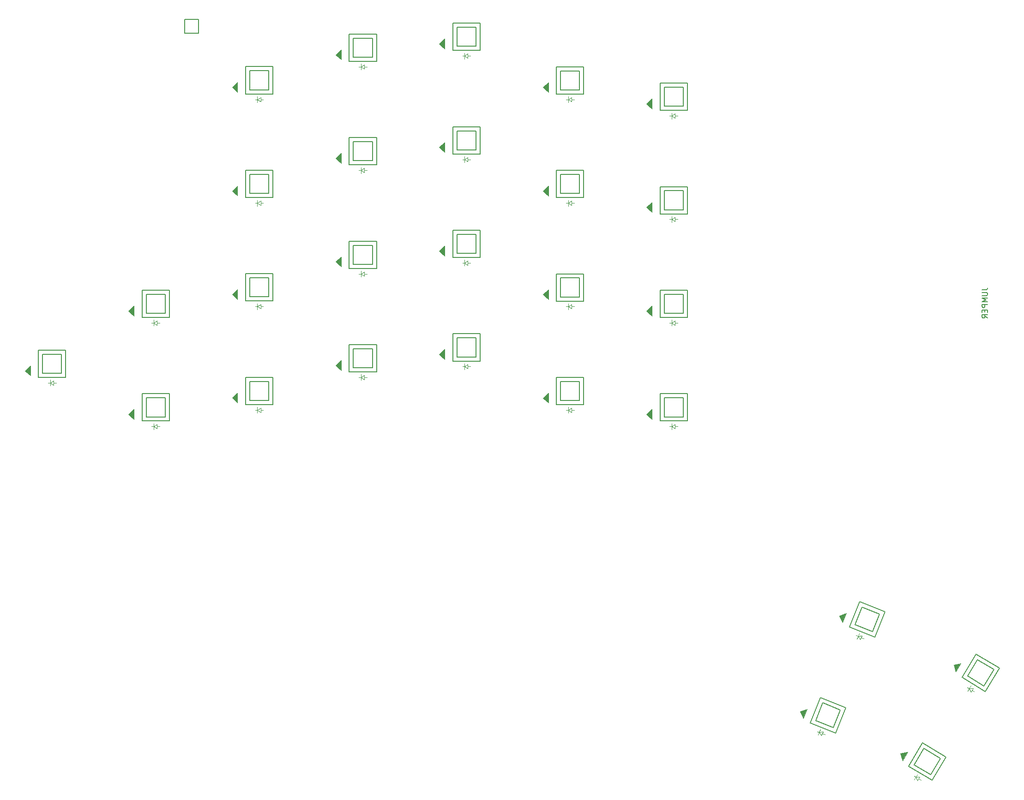
<source format=gbr>
%TF.GenerationSoftware,KiCad,Pcbnew,6.0.10-86aedd382b~118~ubuntu22.04.1*%
%TF.CreationDate,2023-01-31T17:25:27-07:00*%
%TF.ProjectId,scaarix_flow,73636161-7269-4785-9f66-6c6f772e6b69,v1.0.0*%
%TF.SameCoordinates,Original*%
%TF.FileFunction,Legend,Bot*%
%TF.FilePolarity,Positive*%
%FSLAX46Y46*%
G04 Gerber Fmt 4.6, Leading zero omitted, Abs format (unit mm)*
G04 Created by KiCad (PCBNEW 6.0.10-86aedd382b~118~ubuntu22.04.1) date 2023-01-31 17:25:27*
%MOMM*%
%LPD*%
G01*
G04 APERTURE LIST*
%ADD10C,0.150000*%
%ADD11C,0.100000*%
G04 APERTURE END LIST*
D10*
X301652380Y-100745238D02*
X302366666Y-100745238D01*
X302509523Y-100697619D01*
X302604761Y-100602380D01*
X302652380Y-100459523D01*
X302652380Y-100364285D01*
X301652380Y-101221428D02*
X302461904Y-101221428D01*
X302557142Y-101269047D01*
X302604761Y-101316666D01*
X302652380Y-101411904D01*
X302652380Y-101602380D01*
X302604761Y-101697619D01*
X302557142Y-101745238D01*
X302461904Y-101792857D01*
X301652380Y-101792857D01*
X302652380Y-102269047D02*
X301652380Y-102269047D01*
X302366666Y-102602380D01*
X301652380Y-102935714D01*
X302652380Y-102935714D01*
X302652380Y-103411904D02*
X301652380Y-103411904D01*
X301652380Y-103792857D01*
X301700000Y-103888095D01*
X301747619Y-103935714D01*
X301842857Y-103983333D01*
X301985714Y-103983333D01*
X302080952Y-103935714D01*
X302128571Y-103888095D01*
X302176190Y-103792857D01*
X302176190Y-103411904D01*
X302128571Y-104411904D02*
X302128571Y-104745238D01*
X302652380Y-104888095D02*
X302652380Y-104411904D01*
X301652380Y-104411904D01*
X301652380Y-104888095D01*
X302652380Y-105888095D02*
X302176190Y-105554761D01*
X302652380Y-105316666D02*
X301652380Y-105316666D01*
X301652380Y-105697619D01*
X301700000Y-105792857D01*
X301747619Y-105840476D01*
X301842857Y-105888095D01*
X301985714Y-105888095D01*
X302080952Y-105840476D01*
X302128571Y-105792857D01*
X302176190Y-105697619D01*
X302176190Y-105316666D01*
D11*
%TO.C,D6*%
X168750000Y-84800000D02*
X169350000Y-84400000D01*
X168350000Y-84800000D02*
X168750000Y-84800000D01*
X169350000Y-85200000D02*
X168750000Y-84800000D01*
X169350000Y-84800000D02*
X169850000Y-84800000D01*
X169350000Y-84400000D02*
X169350000Y-85200000D01*
X168750000Y-84800000D02*
X168750000Y-84250000D01*
X168750000Y-84800000D02*
X168750000Y-85350000D01*
%TO.C,D9*%
X187750000Y-97800000D02*
X188350000Y-97400000D01*
X188350000Y-97400000D02*
X188350000Y-98200000D01*
X187750000Y-97800000D02*
X187750000Y-97250000D01*
X188350000Y-98200000D02*
X187750000Y-97800000D01*
X188350000Y-97800000D02*
X188850000Y-97800000D01*
X187750000Y-97800000D02*
X187750000Y-98350000D01*
X187350000Y-97800000D02*
X187750000Y-97800000D01*
%TO.C,D27*%
X300014007Y-173837593D02*
X299601977Y-174523326D01*
X299807992Y-174180460D02*
X300236575Y-174437979D01*
X299601977Y-174523326D02*
X299293691Y-173871437D01*
X299293691Y-173871437D02*
X299576962Y-173399995D01*
X298950825Y-173665421D02*
X299293691Y-173871437D01*
X299293691Y-173871437D02*
X299010421Y-174342879D01*
X299293691Y-173871437D02*
X300014007Y-173837593D01*
%TO.C,D19*%
X226350000Y-65400000D02*
X226350000Y-66200000D01*
X226350000Y-65800000D02*
X226850000Y-65800000D01*
X226350000Y-66200000D02*
X225750000Y-65800000D01*
X225750000Y-65800000D02*
X226350000Y-65400000D01*
X225750000Y-65800000D02*
X225750000Y-66350000D01*
X225350000Y-65800000D02*
X225750000Y-65800000D01*
X225750000Y-65800000D02*
X225750000Y-65250000D01*
%TO.C,D25*%
X278538012Y-164171245D02*
X278908886Y-164321088D01*
X279615039Y-164174978D02*
X279315353Y-164916725D01*
X278908886Y-164321088D02*
X279615039Y-164174978D01*
X279315353Y-164916725D02*
X278908886Y-164321088D01*
X278908886Y-164321088D02*
X278702852Y-164831039D01*
X278908886Y-164321088D02*
X279114919Y-163811137D01*
X279465196Y-164545852D02*
X279928788Y-164733155D01*
%TO.C,D3*%
X149750000Y-106800000D02*
X150350000Y-106400000D01*
X149350000Y-106800000D02*
X149750000Y-106800000D01*
X150350000Y-106800000D02*
X150850000Y-106800000D01*
X149750000Y-106800000D02*
X149750000Y-107350000D01*
X149750000Y-106800000D02*
X149750000Y-106250000D01*
X150350000Y-107200000D02*
X149750000Y-106800000D01*
X150350000Y-106400000D02*
X150350000Y-107200000D01*
%TO.C,D14*%
X206750000Y-76800000D02*
X207350000Y-76400000D01*
X207350000Y-76400000D02*
X207350000Y-77200000D01*
X206350000Y-76800000D02*
X206750000Y-76800000D01*
X206750000Y-76800000D02*
X206750000Y-76250000D01*
X206750000Y-76800000D02*
X206750000Y-77350000D01*
X207350000Y-77200000D02*
X206750000Y-76800000D01*
X207350000Y-76800000D02*
X207850000Y-76800000D01*
%TO.C,D17*%
X225750000Y-103800000D02*
X225750000Y-103250000D01*
X226350000Y-103400000D02*
X226350000Y-104200000D01*
X225750000Y-103800000D02*
X226350000Y-103400000D01*
X225750000Y-103800000D02*
X225750000Y-104350000D01*
X226350000Y-103800000D02*
X226850000Y-103800000D01*
X225350000Y-103800000D02*
X225750000Y-103800000D01*
X226350000Y-104200000D02*
X225750000Y-103800000D01*
%TO.C,D8*%
X188350000Y-116800000D02*
X188850000Y-116800000D01*
X187350000Y-116800000D02*
X187750000Y-116800000D01*
X187750000Y-116800000D02*
X187750000Y-116250000D01*
X188350000Y-116400000D02*
X188350000Y-117200000D01*
X187750000Y-116800000D02*
X187750000Y-117350000D01*
X188350000Y-117200000D02*
X187750000Y-116800000D01*
X187750000Y-116800000D02*
X188350000Y-116400000D01*
%TO.C,D1*%
X131350000Y-118200000D02*
X130750000Y-117800000D01*
X131350000Y-117400000D02*
X131350000Y-118200000D01*
X130750000Y-117800000D02*
X130750000Y-118350000D01*
X130750000Y-117800000D02*
X130750000Y-117250000D01*
X131350000Y-117800000D02*
X131850000Y-117800000D01*
X130350000Y-117800000D02*
X130750000Y-117800000D01*
X130750000Y-117800000D02*
X131350000Y-117400000D01*
%TO.C,D22*%
X245350000Y-87400000D02*
X245350000Y-88200000D01*
X244750000Y-87800000D02*
X244750000Y-87250000D01*
X244750000Y-87800000D02*
X245350000Y-87400000D01*
X245350000Y-87800000D02*
X245850000Y-87800000D01*
X244350000Y-87800000D02*
X244750000Y-87800000D01*
X245350000Y-88200000D02*
X244750000Y-87800000D01*
X244750000Y-87800000D02*
X244750000Y-88350000D01*
%TO.C,D16*%
X226350000Y-122400000D02*
X226350000Y-123200000D01*
X225750000Y-122800000D02*
X225750000Y-123350000D01*
X225750000Y-122800000D02*
X226350000Y-122400000D01*
X225350000Y-122800000D02*
X225750000Y-122800000D01*
X225750000Y-122800000D02*
X225750000Y-122250000D01*
X226350000Y-122800000D02*
X226850000Y-122800000D01*
X226350000Y-123200000D02*
X225750000Y-122800000D01*
D10*
%TO.C,MCU1*%
X155450000Y-51060000D02*
X155450000Y-53600000D01*
X155450000Y-51060000D02*
X157990000Y-51060000D01*
X155450000Y-53600000D02*
X157990000Y-53600000D01*
X157990000Y-53600000D02*
X157990000Y-51060000D01*
D11*
%TO.C,D4*%
X169350000Y-122400000D02*
X169350000Y-123200000D01*
X168750000Y-122800000D02*
X168750000Y-122250000D01*
X169350000Y-122800000D02*
X169850000Y-122800000D01*
X168350000Y-122800000D02*
X168750000Y-122800000D01*
X168750000Y-122800000D02*
X168750000Y-123350000D01*
X168750000Y-122800000D02*
X169350000Y-122400000D01*
X169350000Y-123200000D02*
X168750000Y-122800000D01*
%TO.C,D15*%
X207350000Y-57800000D02*
X207850000Y-57800000D01*
X206750000Y-57800000D02*
X207350000Y-57400000D01*
X206750000Y-57800000D02*
X206750000Y-57250000D01*
X206750000Y-57800000D02*
X206750000Y-58350000D01*
X206350000Y-57800000D02*
X206750000Y-57800000D01*
X207350000Y-58200000D02*
X206750000Y-57800000D01*
X207350000Y-57400000D02*
X207350000Y-58200000D01*
%TO.C,D20*%
X244350000Y-125800000D02*
X244750000Y-125800000D01*
X245350000Y-125400000D02*
X245350000Y-126200000D01*
X245350000Y-126200000D02*
X244750000Y-125800000D01*
X244750000Y-125800000D02*
X245350000Y-125400000D01*
X244750000Y-125800000D02*
X244750000Y-125250000D01*
X245350000Y-125800000D02*
X245850000Y-125800000D01*
X244750000Y-125800000D02*
X244750000Y-126350000D01*
%TO.C,D2*%
X149750000Y-125800000D02*
X150350000Y-125400000D01*
X149750000Y-125800000D02*
X149750000Y-125250000D01*
X150350000Y-125800000D02*
X150850000Y-125800000D01*
X149750000Y-125800000D02*
X149750000Y-126350000D01*
X149350000Y-125800000D02*
X149750000Y-125800000D01*
X150350000Y-125400000D02*
X150350000Y-126200000D01*
X150350000Y-126200000D02*
X149750000Y-125800000D01*
%TO.C,D5*%
X168750000Y-103800000D02*
X168750000Y-103250000D01*
X168750000Y-103800000D02*
X169350000Y-103400000D01*
X169350000Y-104200000D02*
X168750000Y-103800000D01*
X168350000Y-103800000D02*
X168750000Y-103800000D01*
X169350000Y-103800000D02*
X169850000Y-103800000D01*
X169350000Y-103400000D02*
X169350000Y-104200000D01*
X168750000Y-103800000D02*
X168750000Y-104350000D01*
%TO.C,D7*%
X168750000Y-65800000D02*
X169350000Y-65400000D01*
X169350000Y-65800000D02*
X169850000Y-65800000D01*
X168750000Y-65800000D02*
X168750000Y-65250000D01*
X168750000Y-65800000D02*
X168750000Y-66350000D01*
X169350000Y-66200000D02*
X168750000Y-65800000D01*
X168350000Y-65800000D02*
X168750000Y-65800000D01*
X169350000Y-65400000D02*
X169350000Y-66200000D01*
%TO.C,D13*%
X206750000Y-95800000D02*
X206750000Y-96350000D01*
X207350000Y-95400000D02*
X207350000Y-96200000D01*
X206350000Y-95800000D02*
X206750000Y-95800000D01*
X207350000Y-95800000D02*
X207850000Y-95800000D01*
X206750000Y-95800000D02*
X207350000Y-95400000D01*
X206750000Y-95800000D02*
X206750000Y-95250000D01*
X207350000Y-96200000D02*
X206750000Y-95800000D01*
%TO.C,D26*%
X289507991Y-190157537D02*
X290228307Y-190123693D01*
X290022292Y-190466560D02*
X290450875Y-190724079D01*
X289165125Y-189951521D02*
X289507991Y-190157537D01*
X289816277Y-190809426D02*
X289507991Y-190157537D01*
X289507991Y-190157537D02*
X289224721Y-190628979D01*
X290228307Y-190123693D02*
X289816277Y-190809426D01*
X289507991Y-190157537D02*
X289791262Y-189686095D01*
%TO.C,D18*%
X226350000Y-84800000D02*
X226850000Y-84800000D01*
X226350000Y-85200000D02*
X225750000Y-84800000D01*
X225750000Y-84800000D02*
X226350000Y-84400000D01*
X225750000Y-84800000D02*
X225750000Y-84250000D01*
X225750000Y-84800000D02*
X225750000Y-85350000D01*
X225350000Y-84800000D02*
X225750000Y-84800000D01*
X226350000Y-84400000D02*
X226350000Y-85200000D01*
%TO.C,D21*%
X244750000Y-106800000D02*
X245350000Y-106400000D01*
X244750000Y-106800000D02*
X244750000Y-106250000D01*
X244350000Y-106800000D02*
X244750000Y-106800000D01*
X244750000Y-106800000D02*
X244750000Y-107350000D01*
X245350000Y-107200000D02*
X244750000Y-106800000D01*
X245350000Y-106400000D02*
X245350000Y-107200000D01*
X245350000Y-106800000D02*
X245850000Y-106800000D01*
%TO.C,D11*%
X187750000Y-59800000D02*
X187750000Y-59250000D01*
X187350000Y-59800000D02*
X187750000Y-59800000D01*
X187750000Y-59800000D02*
X187750000Y-60350000D01*
X187750000Y-59800000D02*
X188350000Y-59400000D01*
X188350000Y-60200000D02*
X187750000Y-59800000D01*
X188350000Y-59400000D02*
X188350000Y-60200000D01*
X188350000Y-59800000D02*
X188850000Y-59800000D01*
%TO.C,D24*%
X271791286Y-181937488D02*
X271585252Y-182447439D01*
X271420412Y-181787645D02*
X271791286Y-181937488D01*
X272347596Y-182162252D02*
X272811188Y-182349555D01*
X272197753Y-182533125D02*
X271791286Y-181937488D01*
X271791286Y-181937488D02*
X272497439Y-181791378D01*
X272497439Y-181791378D02*
X272197753Y-182533125D01*
X271791286Y-181937488D02*
X271997319Y-181427537D01*
%TO.C,D10*%
X187750000Y-78800000D02*
X188350000Y-78400000D01*
X188350000Y-78400000D02*
X188350000Y-79200000D01*
X187750000Y-78800000D02*
X187750000Y-79350000D01*
X187750000Y-78800000D02*
X187750000Y-78250000D01*
X188350000Y-79200000D02*
X187750000Y-78800000D01*
X188350000Y-78800000D02*
X188850000Y-78800000D01*
X187350000Y-78800000D02*
X187750000Y-78800000D01*
%TO.C,D23*%
X245350000Y-68800000D02*
X245850000Y-68800000D01*
X245350000Y-68400000D02*
X245350000Y-69200000D01*
X244750000Y-68800000D02*
X244750000Y-69350000D01*
X244750000Y-68800000D02*
X244750000Y-68250000D01*
X244750000Y-68800000D02*
X245350000Y-68400000D01*
X245350000Y-69200000D02*
X244750000Y-68800000D01*
X244350000Y-68800000D02*
X244750000Y-68800000D01*
%TO.C,D12*%
X206750000Y-114800000D02*
X206750000Y-115350000D01*
X206750000Y-114800000D02*
X207350000Y-114400000D01*
X207350000Y-114800000D02*
X207850000Y-114800000D01*
X207350000Y-115200000D02*
X206750000Y-114800000D01*
X206750000Y-114800000D02*
X206750000Y-114250000D01*
X206350000Y-114800000D02*
X206750000Y-114800000D01*
X207350000Y-114400000D02*
X207350000Y-115200000D01*
D10*
%TO.C,LED37*%
X189850000Y-73550000D02*
X189850000Y-77050000D01*
X189850000Y-77050000D02*
X186350000Y-77050000D01*
X185600000Y-77800000D02*
X185600000Y-72800000D01*
X190600000Y-77800000D02*
X185600000Y-77800000D01*
X190600000Y-72800000D02*
X190600000Y-77800000D01*
X185600000Y-72800000D02*
X190600000Y-72800000D01*
X186350000Y-73550000D02*
X189850000Y-73550000D01*
X186350000Y-77050000D02*
X186350000Y-73550000D01*
G36*
X184100000Y-77500000D02*
G01*
X183100000Y-76587500D01*
X184100000Y-75675000D01*
X184100000Y-77500000D01*
G37*
D11*
X184100000Y-77500000D02*
X183100000Y-76587500D01*
X184100000Y-75675000D01*
X184100000Y-77500000D01*
D10*
%TO.C,LED29*%
X147600000Y-124800000D02*
X147600000Y-119800000D01*
X152600000Y-119800000D02*
X152600000Y-124800000D01*
X148350000Y-120550000D02*
X151850000Y-120550000D01*
X152600000Y-124800000D02*
X147600000Y-124800000D01*
X151850000Y-120550000D02*
X151850000Y-124050000D01*
X147600000Y-119800000D02*
X152600000Y-119800000D01*
X151850000Y-124050000D02*
X148350000Y-124050000D01*
X148350000Y-124050000D02*
X148350000Y-120550000D01*
G36*
X146100000Y-124500000D02*
G01*
X145100000Y-123587500D01*
X146100000Y-122675000D01*
X146100000Y-124500000D01*
G37*
D11*
X146100000Y-124500000D02*
X145100000Y-123587500D01*
X146100000Y-122675000D01*
X146100000Y-124500000D01*
D10*
%TO.C,LED41*%
X209600000Y-75800000D02*
X204600000Y-75800000D01*
X204600000Y-70800000D02*
X209600000Y-70800000D01*
X208850000Y-75050000D02*
X205350000Y-75050000D01*
X205350000Y-75050000D02*
X205350000Y-71550000D01*
X204600000Y-75800000D02*
X204600000Y-70800000D01*
X208850000Y-71550000D02*
X208850000Y-75050000D01*
X205350000Y-71550000D02*
X208850000Y-71550000D01*
X209600000Y-70800000D02*
X209600000Y-75800000D01*
G36*
X203100000Y-75500000D02*
G01*
X202100000Y-74587500D01*
X203100000Y-73675000D01*
X203100000Y-75500000D01*
G37*
D11*
X203100000Y-75500000D02*
X202100000Y-74587500D01*
X203100000Y-73675000D01*
X203100000Y-75500000D01*
D10*
%TO.C,LED31*%
X170850000Y-117525000D02*
X170850000Y-121025000D01*
X166600000Y-121775000D02*
X166600000Y-116775000D01*
X170850000Y-121025000D02*
X167350000Y-121025000D01*
X166600000Y-116775000D02*
X171600000Y-116775000D01*
X167350000Y-121025000D02*
X167350000Y-117525000D01*
X171600000Y-121775000D02*
X166600000Y-121775000D01*
X171600000Y-116775000D02*
X171600000Y-121775000D01*
X167350000Y-117525000D02*
X170850000Y-117525000D01*
G36*
X165100000Y-121475000D02*
G01*
X164100000Y-120562500D01*
X165100000Y-119650000D01*
X165100000Y-121475000D01*
G37*
D11*
X165100000Y-121475000D02*
X164100000Y-120562500D01*
X165100000Y-119650000D01*
X165100000Y-121475000D01*
D10*
%TO.C,LED43*%
X227850000Y-117550000D02*
X227850000Y-121050000D01*
X228600000Y-121800000D02*
X223600000Y-121800000D01*
X224350000Y-117550000D02*
X227850000Y-117550000D01*
X227850000Y-121050000D02*
X224350000Y-121050000D01*
X228600000Y-116800000D02*
X228600000Y-121800000D01*
X223600000Y-121800000D02*
X223600000Y-116800000D01*
X223600000Y-116800000D02*
X228600000Y-116800000D01*
X224350000Y-121050000D02*
X224350000Y-117550000D01*
G36*
X222100000Y-121500000D02*
G01*
X221100000Y-120587500D01*
X222100000Y-119675000D01*
X222100000Y-121500000D01*
G37*
D11*
X222100000Y-121500000D02*
X221100000Y-120587500D01*
X222100000Y-119675000D01*
X222100000Y-121500000D01*
D10*
%TO.C,LED39*%
X205350000Y-109550000D02*
X208850000Y-109550000D01*
X209600000Y-113800000D02*
X204600000Y-113800000D01*
X208850000Y-113050000D02*
X205350000Y-113050000D01*
X204600000Y-108800000D02*
X209600000Y-108800000D01*
X205350000Y-113050000D02*
X205350000Y-109550000D01*
X204600000Y-113800000D02*
X204600000Y-108800000D01*
X209600000Y-108800000D02*
X209600000Y-113800000D01*
X208850000Y-109550000D02*
X208850000Y-113050000D01*
G36*
X203100000Y-113500000D02*
G01*
X202100000Y-112587500D01*
X203100000Y-111675000D01*
X203100000Y-113500000D01*
G37*
D11*
X203100000Y-113500000D02*
X202100000Y-112587500D01*
X203100000Y-111675000D01*
X203100000Y-113500000D01*
D10*
%TO.C,LED36*%
X190600000Y-96800000D02*
X185600000Y-96800000D01*
X190600000Y-91800000D02*
X190600000Y-96800000D01*
X189850000Y-96050000D02*
X186350000Y-96050000D01*
X189850000Y-92550000D02*
X189850000Y-96050000D01*
X185600000Y-96800000D02*
X185600000Y-91800000D01*
X186350000Y-92550000D02*
X189850000Y-92550000D01*
X186350000Y-96050000D02*
X186350000Y-92550000D01*
X185600000Y-91800000D02*
X190600000Y-91800000D01*
G36*
X184100000Y-96500000D02*
G01*
X183100000Y-95587500D01*
X184100000Y-94675000D01*
X184100000Y-96500000D01*
G37*
D11*
X184100000Y-96500000D02*
X183100000Y-95587500D01*
X184100000Y-94675000D01*
X184100000Y-96500000D01*
D10*
%TO.C,LED47*%
X242600000Y-124800000D02*
X242600000Y-119800000D01*
X247600000Y-119800000D02*
X247600000Y-124800000D01*
X242600000Y-119800000D02*
X247600000Y-119800000D01*
X243350000Y-120550000D02*
X246850000Y-120550000D01*
X243350000Y-124050000D02*
X243350000Y-120550000D01*
X246850000Y-124050000D02*
X243350000Y-124050000D01*
X247600000Y-124800000D02*
X242600000Y-124800000D01*
X246850000Y-120550000D02*
X246850000Y-124050000D01*
G36*
X241100000Y-124500000D02*
G01*
X240100000Y-123587500D01*
X241100000Y-122675000D01*
X241100000Y-124500000D01*
G37*
D11*
X241100000Y-124500000D02*
X240100000Y-123587500D01*
X241100000Y-122675000D01*
X241100000Y-124500000D01*
D10*
%TO.C,LED38*%
X190600000Y-58800000D02*
X185600000Y-58800000D01*
X185600000Y-53800000D02*
X190600000Y-53800000D01*
X190600000Y-53800000D02*
X190600000Y-58800000D01*
X189850000Y-58050000D02*
X186350000Y-58050000D01*
X189850000Y-54550000D02*
X189850000Y-58050000D01*
X185600000Y-58800000D02*
X185600000Y-53800000D01*
X186350000Y-54550000D02*
X189850000Y-54550000D01*
X186350000Y-58050000D02*
X186350000Y-54550000D01*
G36*
X184100000Y-58500000D02*
G01*
X183100000Y-57587500D01*
X184100000Y-56675000D01*
X184100000Y-58500000D01*
G37*
D11*
X184100000Y-58500000D02*
X183100000Y-57587500D01*
X184100000Y-56675000D01*
X184100000Y-58500000D01*
D10*
%TO.C,LED42*%
X204600000Y-51800000D02*
X209600000Y-51800000D01*
X205350000Y-52550000D02*
X208850000Y-52550000D01*
X205350000Y-56050000D02*
X205350000Y-52550000D01*
X204600000Y-56800000D02*
X204600000Y-51800000D01*
X208850000Y-52550000D02*
X208850000Y-56050000D01*
X208850000Y-56050000D02*
X205350000Y-56050000D01*
X209600000Y-51800000D02*
X209600000Y-56800000D01*
X209600000Y-56800000D02*
X204600000Y-56800000D01*
G36*
X203100000Y-56500000D02*
G01*
X202100000Y-55587500D01*
X203100000Y-54675000D01*
X203100000Y-56500000D01*
G37*
D11*
X203100000Y-56500000D02*
X202100000Y-55587500D01*
X203100000Y-54675000D01*
X203100000Y-56500000D01*
D10*
%TO.C,LED50*%
X242600000Y-62800000D02*
X247600000Y-62800000D01*
X242600000Y-67800000D02*
X242600000Y-62800000D01*
X243350000Y-67050000D02*
X243350000Y-63550000D01*
X246850000Y-63550000D02*
X246850000Y-67050000D01*
X247600000Y-62800000D02*
X247600000Y-67800000D01*
X247600000Y-67800000D02*
X242600000Y-67800000D01*
X243350000Y-63550000D02*
X246850000Y-63550000D01*
X246850000Y-67050000D02*
X243350000Y-67050000D01*
G36*
X241100000Y-67500000D02*
G01*
X240100000Y-66587500D01*
X241100000Y-65675000D01*
X241100000Y-67500000D01*
G37*
D11*
X241100000Y-67500000D02*
X240100000Y-66587500D01*
X241100000Y-65675000D01*
X241100000Y-67500000D01*
D10*
%TO.C,LED28*%
X129350000Y-112550000D02*
X132850000Y-112550000D01*
X129350000Y-116050000D02*
X129350000Y-112550000D01*
X128600000Y-116800000D02*
X128600000Y-111800000D01*
X132850000Y-116050000D02*
X129350000Y-116050000D01*
X132850000Y-112550000D02*
X132850000Y-116050000D01*
X128600000Y-111800000D02*
X133600000Y-111800000D01*
X133600000Y-111800000D02*
X133600000Y-116800000D01*
X133600000Y-116800000D02*
X128600000Y-116800000D01*
G36*
X127100000Y-116500000D02*
G01*
X126100000Y-115587500D01*
X127100000Y-114675000D01*
X127100000Y-116500000D01*
G37*
D11*
X127100000Y-116500000D02*
X126100000Y-115587500D01*
X127100000Y-114675000D01*
X127100000Y-116500000D01*
D10*
%TO.C,LED40*%
X208850000Y-94050000D02*
X205350000Y-94050000D01*
X205350000Y-94050000D02*
X205350000Y-90550000D01*
X209600000Y-94800000D02*
X204600000Y-94800000D01*
X204600000Y-89800000D02*
X209600000Y-89800000D01*
X205350000Y-90550000D02*
X208850000Y-90550000D01*
X209600000Y-89800000D02*
X209600000Y-94800000D01*
X204600000Y-94800000D02*
X204600000Y-89800000D01*
X208850000Y-90550000D02*
X208850000Y-94050000D01*
G36*
X203100000Y-94500000D02*
G01*
X202100000Y-93587500D01*
X203100000Y-92675000D01*
X203100000Y-94500000D01*
G37*
D11*
X203100000Y-94500000D02*
X202100000Y-93587500D01*
X203100000Y-92675000D01*
X203100000Y-94500000D01*
D10*
%TO.C,LED35*%
X190600000Y-110800000D02*
X190600000Y-115800000D01*
X186350000Y-115050000D02*
X186350000Y-111550000D01*
X189850000Y-111550000D02*
X189850000Y-115050000D01*
X185600000Y-110800000D02*
X190600000Y-110800000D01*
X185600000Y-115800000D02*
X185600000Y-110800000D01*
X190600000Y-115800000D02*
X185600000Y-115800000D01*
X186350000Y-111550000D02*
X189850000Y-111550000D01*
X189850000Y-115050000D02*
X186350000Y-115050000D01*
G36*
X184100000Y-115500000D02*
G01*
X183100000Y-114587500D01*
X184100000Y-113675000D01*
X184100000Y-115500000D01*
G37*
D11*
X184100000Y-115500000D02*
X183100000Y-114587500D01*
X184100000Y-113675000D01*
X184100000Y-115500000D01*
D10*
%TO.C,LED34*%
X167350000Y-60525000D02*
X170850000Y-60525000D01*
X171600000Y-64775000D02*
X166600000Y-64775000D01*
X166600000Y-64775000D02*
X166600000Y-59775000D01*
X166600000Y-59775000D02*
X171600000Y-59775000D01*
X171600000Y-59775000D02*
X171600000Y-64775000D01*
X170850000Y-60525000D02*
X170850000Y-64025000D01*
X167350000Y-64025000D02*
X167350000Y-60525000D01*
X170850000Y-64025000D02*
X167350000Y-64025000D01*
G36*
X165100000Y-64475000D02*
G01*
X164100000Y-63562500D01*
X165100000Y-62650000D01*
X165100000Y-64475000D01*
G37*
D11*
X165100000Y-64475000D02*
X164100000Y-63562500D01*
X165100000Y-62650000D01*
X165100000Y-64475000D01*
D10*
%TO.C,LED44*%
X228600000Y-97800000D02*
X228600000Y-102800000D01*
X224350000Y-98550000D02*
X227850000Y-98550000D01*
X224350000Y-102050000D02*
X224350000Y-98550000D01*
X223600000Y-97800000D02*
X228600000Y-97800000D01*
X227850000Y-102050000D02*
X224350000Y-102050000D01*
X223600000Y-102800000D02*
X223600000Y-97800000D01*
X228600000Y-102800000D02*
X223600000Y-102800000D01*
X227850000Y-98550000D02*
X227850000Y-102050000D01*
G36*
X222100000Y-102500000D02*
G01*
X221100000Y-101587500D01*
X222100000Y-100675000D01*
X222100000Y-102500000D01*
G37*
D11*
X222100000Y-102500000D02*
X221100000Y-101587500D01*
X222100000Y-100675000D01*
X222100000Y-102500000D01*
D10*
%TO.C,LED52*%
X279218557Y-157958024D02*
X283854476Y-159831057D01*
X278321867Y-162179510D02*
X279632990Y-158934367D01*
X279632990Y-158934367D02*
X282878133Y-160245490D01*
X281981443Y-164466976D02*
X277345524Y-162593943D01*
X281567010Y-163490633D02*
X278321867Y-162179510D01*
X277345524Y-162593943D02*
X279218557Y-157958024D01*
X283854476Y-159831057D02*
X281981443Y-164466976D01*
X282878133Y-160245490D02*
X281567010Y-163490633D01*
G36*
X276067130Y-161753878D02*
G01*
X275481775Y-160533216D01*
X276750787Y-160061768D01*
X276067130Y-161753878D01*
G37*
D11*
X276067130Y-161753878D02*
X275481775Y-160533216D01*
X276750787Y-160061768D01*
X276067130Y-161753878D01*
D10*
%TO.C,LED51*%
X270145524Y-180193943D02*
X272018557Y-175558024D01*
X276654476Y-177431057D02*
X274781443Y-182066976D01*
X272432990Y-176534367D02*
X275678133Y-177845490D01*
X274367010Y-181090633D02*
X271121867Y-179779510D01*
X271121867Y-179779510D02*
X272432990Y-176534367D01*
X275678133Y-177845490D02*
X274367010Y-181090633D01*
X274781443Y-182066976D02*
X270145524Y-180193943D01*
X272018557Y-175558024D02*
X276654476Y-177431057D01*
G36*
X268867130Y-179353878D02*
G01*
X268281775Y-178133216D01*
X269550787Y-177661768D01*
X268867130Y-179353878D01*
G37*
D11*
X268867130Y-179353878D02*
X268281775Y-178133216D01*
X269550787Y-177661768D01*
X268867130Y-179353878D01*
D10*
%TO.C,LED30*%
X147600000Y-100800000D02*
X152600000Y-100800000D01*
X151850000Y-105050000D02*
X148350000Y-105050000D01*
X148350000Y-105050000D02*
X148350000Y-101550000D01*
X147600000Y-105800000D02*
X147600000Y-100800000D01*
X148350000Y-101550000D02*
X151850000Y-101550000D01*
X151850000Y-101550000D02*
X151850000Y-105050000D01*
X152600000Y-105800000D02*
X147600000Y-105800000D01*
X152600000Y-100800000D02*
X152600000Y-105800000D01*
G36*
X146100000Y-105500000D02*
G01*
X145100000Y-104587500D01*
X146100000Y-103675000D01*
X146100000Y-105500000D01*
G37*
D11*
X146100000Y-105500000D02*
X145100000Y-104587500D01*
X146100000Y-103675000D01*
X146100000Y-105500000D01*
D10*
%TO.C,LED46*%
X227850000Y-60550000D02*
X227850000Y-64050000D01*
X224350000Y-64050000D02*
X224350000Y-60550000D01*
X223600000Y-64800000D02*
X223600000Y-59800000D01*
X223600000Y-59800000D02*
X228600000Y-59800000D01*
X228600000Y-59800000D02*
X228600000Y-64800000D01*
X228600000Y-64800000D02*
X223600000Y-64800000D01*
X224350000Y-60550000D02*
X227850000Y-60550000D01*
X227850000Y-64050000D02*
X224350000Y-64050000D01*
G36*
X222100000Y-64500000D02*
G01*
X221100000Y-63587500D01*
X222100000Y-62675000D01*
X222100000Y-64500000D01*
G37*
D11*
X222100000Y-64500000D02*
X221100000Y-63587500D01*
X222100000Y-62675000D01*
X222100000Y-64500000D01*
D10*
%TO.C,LED54*%
X300544677Y-167581987D02*
X304830513Y-170157177D01*
X304830513Y-170157177D02*
X302255323Y-174443013D01*
X302255323Y-174443013D02*
X297969487Y-171867823D01*
X300801274Y-168611141D02*
X303801359Y-170413774D01*
X298998641Y-171611226D02*
X300801274Y-168611141D01*
X301998726Y-173413859D02*
X298998641Y-171611226D01*
X297969487Y-171867823D02*
X300544677Y-167581987D01*
X303801359Y-170413774D02*
X301998726Y-173413859D01*
G36*
X296838247Y-170838116D02*
G01*
X296451052Y-169540913D01*
X297778192Y-169273785D01*
X296838247Y-170838116D01*
G37*
D11*
X296838247Y-170838116D02*
X296451052Y-169540913D01*
X297778192Y-169273785D01*
X296838247Y-170838116D01*
D10*
%TO.C,LED32*%
X170850000Y-98525000D02*
X170850000Y-102025000D01*
X170850000Y-102025000D02*
X167350000Y-102025000D01*
X167350000Y-98525000D02*
X170850000Y-98525000D01*
X171600000Y-97775000D02*
X171600000Y-102775000D01*
X167350000Y-102025000D02*
X167350000Y-98525000D01*
X171600000Y-102775000D02*
X166600000Y-102775000D01*
X166600000Y-97775000D02*
X171600000Y-97775000D01*
X166600000Y-102775000D02*
X166600000Y-97775000D01*
G36*
X165100000Y-102475000D02*
G01*
X164100000Y-101562500D01*
X165100000Y-100650000D01*
X165100000Y-102475000D01*
G37*
D11*
X165100000Y-102475000D02*
X164100000Y-101562500D01*
X165100000Y-100650000D01*
X165100000Y-102475000D01*
D10*
%TO.C,LED49*%
X242600000Y-86800000D02*
X242600000Y-81800000D01*
X242600000Y-81800000D02*
X247600000Y-81800000D01*
X243350000Y-82550000D02*
X246850000Y-82550000D01*
X246850000Y-86050000D02*
X243350000Y-86050000D01*
X246850000Y-82550000D02*
X246850000Y-86050000D01*
X247600000Y-81800000D02*
X247600000Y-86800000D01*
X243350000Y-86050000D02*
X243350000Y-82550000D01*
X247600000Y-86800000D02*
X242600000Y-86800000D01*
G36*
X241100000Y-86500000D02*
G01*
X240100000Y-85587500D01*
X241100000Y-84675000D01*
X241100000Y-86500000D01*
G37*
D11*
X241100000Y-86500000D02*
X240100000Y-85587500D01*
X241100000Y-84675000D01*
X241100000Y-86500000D01*
D10*
%TO.C,LED33*%
X170850000Y-83025000D02*
X167350000Y-83025000D01*
X171600000Y-78775000D02*
X171600000Y-83775000D01*
X166600000Y-78775000D02*
X171600000Y-78775000D01*
X171600000Y-83775000D02*
X166600000Y-83775000D01*
X167350000Y-79525000D02*
X170850000Y-79525000D01*
X167350000Y-83025000D02*
X167350000Y-79525000D01*
X166600000Y-83775000D02*
X166600000Y-78775000D01*
X170850000Y-79525000D02*
X170850000Y-83025000D01*
G36*
X165100000Y-83475000D02*
G01*
X164100000Y-82562500D01*
X165100000Y-81650000D01*
X165100000Y-83475000D01*
G37*
D11*
X165100000Y-83475000D02*
X164100000Y-82562500D01*
X165100000Y-81650000D01*
X165100000Y-83475000D01*
D10*
%TO.C,LED53*%
X288169487Y-188167823D02*
X290744677Y-183881987D01*
X295030513Y-186457177D02*
X292455323Y-190743013D01*
X289198641Y-187911226D02*
X291001274Y-184911141D01*
X292198726Y-189713859D02*
X289198641Y-187911226D01*
X294001359Y-186713774D02*
X292198726Y-189713859D01*
X291001274Y-184911141D02*
X294001359Y-186713774D01*
X292455323Y-190743013D02*
X288169487Y-188167823D01*
X290744677Y-183881987D02*
X295030513Y-186457177D01*
G36*
X287038247Y-187138116D02*
G01*
X286651052Y-185840913D01*
X287978192Y-185573785D01*
X287038247Y-187138116D01*
G37*
D11*
X287038247Y-187138116D02*
X286651052Y-185840913D01*
X287978192Y-185573785D01*
X287038247Y-187138116D01*
D10*
%TO.C,LED48*%
X243350000Y-105050000D02*
X243350000Y-101550000D01*
X246850000Y-105050000D02*
X243350000Y-105050000D01*
X246850000Y-101550000D02*
X246850000Y-105050000D01*
X247600000Y-105800000D02*
X242600000Y-105800000D01*
X247600000Y-100800000D02*
X247600000Y-105800000D01*
X242600000Y-100800000D02*
X247600000Y-100800000D01*
X243350000Y-101550000D02*
X246850000Y-101550000D01*
X242600000Y-105800000D02*
X242600000Y-100800000D01*
G36*
X241100000Y-105500000D02*
G01*
X240100000Y-104587500D01*
X241100000Y-103675000D01*
X241100000Y-105500000D01*
G37*
D11*
X241100000Y-105500000D02*
X240100000Y-104587500D01*
X241100000Y-103675000D01*
X241100000Y-105500000D01*
D10*
%TO.C,LED45*%
X227850000Y-79550000D02*
X227850000Y-83050000D01*
X224350000Y-83050000D02*
X224350000Y-79550000D01*
X224350000Y-79550000D02*
X227850000Y-79550000D01*
X228600000Y-83800000D02*
X223600000Y-83800000D01*
X227850000Y-83050000D02*
X224350000Y-83050000D01*
X223600000Y-83800000D02*
X223600000Y-78800000D01*
X228600000Y-78800000D02*
X228600000Y-83800000D01*
X223600000Y-78800000D02*
X228600000Y-78800000D01*
G36*
X222100000Y-83500000D02*
G01*
X221100000Y-82587500D01*
X222100000Y-81675000D01*
X222100000Y-83500000D01*
G37*
D11*
X222100000Y-83500000D02*
X221100000Y-82587500D01*
X222100000Y-81675000D01*
X222100000Y-83500000D01*
%TD*%
M02*

</source>
